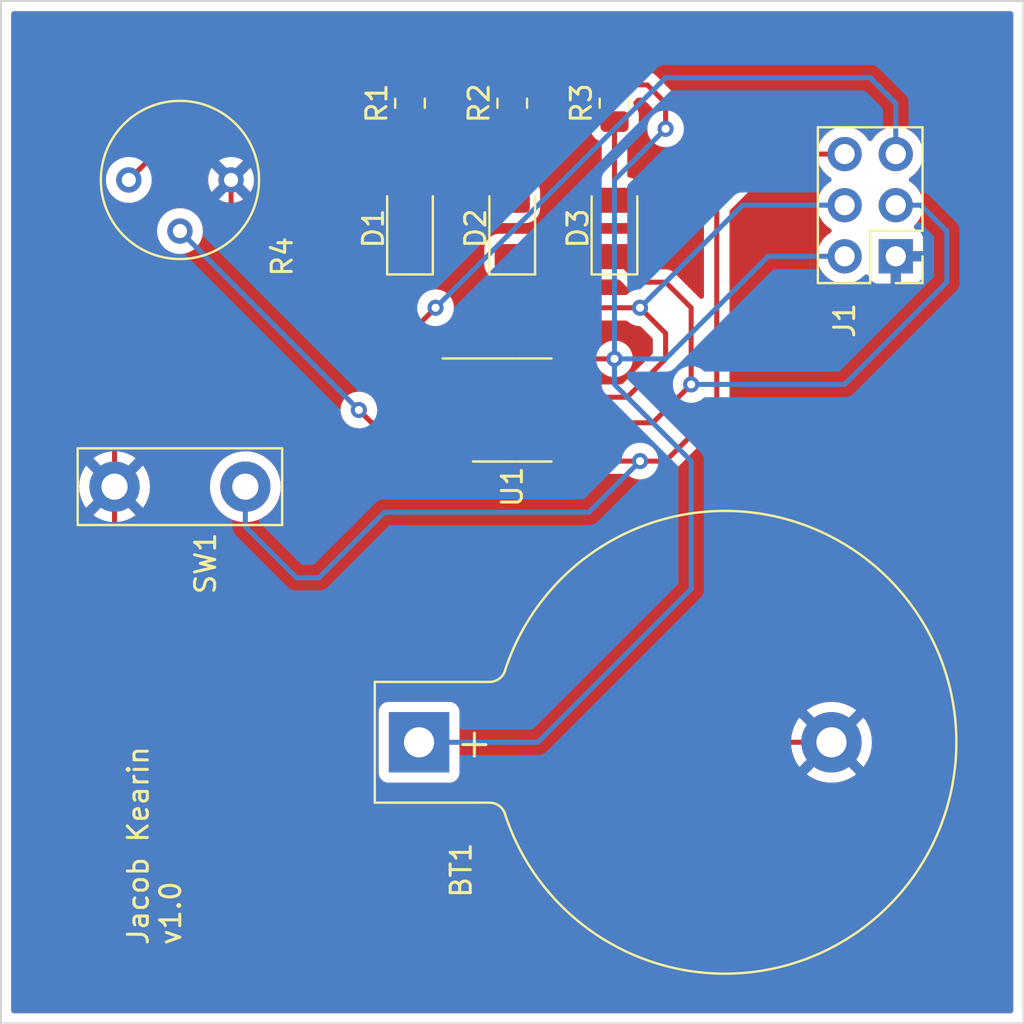
<source format=kicad_pcb>
(kicad_pcb (version 20211014) (generator pcbnew)
  (layers (0 "F.Cu" signal) (31 "B.Cu" signal) (34 "B.Paste" user) (35 "F.Paste" user) (36 "B.SilkS" user "B.Silkscreen") (37 "F.SilkS" user "F.Silkscreen") (38 "B.Mask" user) (39 "F.Mask" user) (44 "Edge.Cuts" user))
  (net 0 "")
  (net 1 "Net-(BT1-Pad1)")
  (net 2 "Net-(D1-Pad1)")
  (net 3 "Net-(D1-Pad2)")
  (net 4 "Net-(D2-Pad1)")
  (net 5 "Net-(D2-Pad2)")
  (net 6 "Net-(D3-Pad1)")
  (net 7 "Net-(D3-Pad2)")
  (net 8 "Net-(J1-Pad5)")
  (net 9 "Net-(J1-Pad6)")
  (net 10 "/GND")
  (net 11 "Net-(R4-Pad2)")
  (footprint "LED_SMD:LED_1206_3216Metric" (layer "F.Cu") (at 158.75 98.93 90)
    (fp_text reference "D3" (at 0 -1.82 90) (layer "F.SilkS"))
    (fp_text value "BLUE")
    (fp_line (start -2.285 1.135) (end 1.6 1.135) (layer "F.SilkS") (width 0.12))
    (fp_line (start 1.6 -1.135) (end -2.285 -1.135) (layer "F.SilkS") (width 0.12))
    (fp_line (start -2.285 -1.135) (end -2.285 1.135) (layer "F.SilkS") (width 0.12))
    (pad "1" smd roundrect (at -1.4 0 90) (size 1.25 1.75) (layers "F.Cu" "F.Paste" "F.Mask") (roundrect_rratio 0.2) (net 6 "Net-(D3-Pad1)"))
    (pad "2" smd roundrect (at 1.4 0 90) (size 1.25 1.75) (layers "F.Cu" "F.Paste" "F.Mask") (roundrect_rratio 0.2) (net 7 "Net-(D3-Pad2)"))
  )
  (footprint "Resistor_SMD:R_0805_2012Metric" (layer "F.Cu") (at 148.59 92.71 90)
    (fp_text reference "R1" (at 0 -1.65 90) (layer "F.SilkS"))
    (fp_text value "R")
    (fp_line (start -0.227064 0.735) (end 0.227064 0.735) (layer "F.SilkS") (width 0.12))
    (fp_line (start -0.227064 -0.735) (end 0.227064 -0.735) (layer "F.SilkS") (width 0.12))
    (pad "1" smd roundrect (at -0.9125 0 90) (size 1.025 1.4) (layers "F.Cu" "F.Paste" "F.Mask") (roundrect_rratio 0.243902439) (net 3 "Net-(D1-Pad2)"))
    (pad "2" smd roundrect (at 0.9125 0 90) (size 1.025 1.4) (layers "F.Cu" "F.Paste" "F.Mask") (roundrect_rratio 0.243902439) (net 1 "Net-(BT1-Pad1)"))
  )
  (footprint "Library:CK PTS635SL43 LFS" (layer "F.Cu") (at 137.16 111.76 180)
    (fp_text reference "SW1" (at -1.27 -3.81 90) (layer "F.SilkS"))
    (fp_text value "SW_Push")
    (fp_rect (start -5.08 -1.905) (end 5.08 1.905) (layer "F.SilkS") (width 0.12) (fill none))
    (pad "1" thru_hole circle (at -3.25 0 180) (size 2.5 2.5) (drill 1.3) (layers *.Cu *.Mask) (net 9 "Net-(J1-Pad6)"))
    (pad "2" thru_hole circle (at 3.25 0 180) (size 2.5 2.5) (drill 1.3) (layers *.Cu *.Mask) (net 10 "/GND"))
  )
  (footprint "Resistor_SMD:R_0805_2012Metric" (layer "F.Cu") (at 158.75 92.71 90)
    (fp_text reference "R3" (at 0 -1.65 90) (layer "F.SilkS"))
    (fp_text value "R")
    (fp_line (start -0.227064 -0.735) (end 0.227064 -0.735) (layer "F.SilkS") (width 0.12))
    (fp_line (start -0.227064 0.735) (end 0.227064 0.735) (layer "F.SilkS") (width 0.12))
    (pad "1" smd roundrect (at -0.9125 0 90) (size 1.025 1.4) (layers "F.Cu" "F.Paste" "F.Mask") (roundrect_rratio 0.243902439) (net 7 "Net-(D3-Pad2)"))
    (pad "2" smd roundrect (at 0.9125 0 90) (size 1.025 1.4) (layers "F.Cu" "F.Paste" "F.Mask") (roundrect_rratio 0.243902439) (net 1 "Net-(BT1-Pad1)"))
  )
  (footprint "Battery:BatteryHolder_Keystone_103_1x20mm" (layer "F.Cu") (at 149.04 124.459999)
    (fp_text reference "BT1" (at 2.09 6.350001 90) (layer "F.SilkS"))
    (fp_text value "Battery_Cell")
    (fp_text user "+" (at 2.75 0) (layer "F.SilkS") (effects (font (size 1.5 1.5))))
    (fp_line (start -2.2 3) (end 3.5 3) (layer "F.SilkS") (width 0.12))
    (fp_line (start -2.2 3) (end -2.2 -3) (layer "F.SilkS") (width 0.12))
    (fp_line (start -2.2 -3) (end 3.5 -3) (layer "F.SilkS") (width 0.12))
    (fp_arc (start 4.25 -3.5) (mid 3.950694 -3.136459) (end 3.5 -3) (layer "F.SilkS") (width 0.12))
    (fp_arc (start 4.25 -3.5) (mid 16.971103 -11.358466) (end 26.695671 0) (layer "F.SilkS") (width 0.12))
    (fp_arc (start 3.5 3) (mid 3.950694 3.136459) (end 4.25 3.5) (layer "F.SilkS") (width 0.12))
    (fp_arc (start 26.695671 0) (mid 16.971103 11.358466) (end 4.25 3.5) (layer "F.SilkS") (width 0.12))
    (pad "1" thru_hole rect (at 0 0) (size 3 3) (drill 1.5) (layers *.Cu *.Mask) (net 1 "Net-(BT1-Pad1)"))
    (pad "2" thru_hole circle (at 20.49 0) (size 3 3) (drill 1.5) (layers *.Cu *.Mask) (net 10 "/GND"))
  )
  (footprint "Potentiometer_THT:Potentiometer_Bourns_3339P_Vertical" (layer "F.Cu") (at 139.7 96.52 90)
    (fp_text reference "R4" (at -3.81 2.54 270) (layer "F.SilkS"))
    (fp_text value "R_Potentiometer")
    (fp_circle (center 0 -2.54) (end 3.93 -2.54) (layer "F.SilkS") (width 0.12) (fill none))
    (pad "1" thru_hole circle (at 0 0 90) (size 1.26 1.26) (drill 0.7) (layers *.Cu *.Mask) (net 10 "/GND"))
    (pad "2" thru_hole circle (at -2.54 -2.54 90) (size 1.26 1.26) (drill 0.7) (layers *.Cu *.Mask) (net 11 "Net-(R4-Pad2)"))
    (pad "3" thru_hole circle (at 0 -5.08 90) (size 1.26 1.26) (drill 0.7) (layers *.Cu *.Mask) (net 1 "Net-(BT1-Pad1)"))
  )
  (footprint "LED_SMD:LED_1206_3216Metric" (layer "F.Cu") (at 148.59 98.93 90)
    (fp_text reference "D1" (at 0 -1.82 90) (layer "F.SilkS"))
    (fp_text value "RED")
    (fp_line (start -2.285 -1.135) (end -2.285 1.135) (layer "F.SilkS") (width 0.12))
    (fp_line (start 1.6 -1.135) (end -2.285 -1.135) (layer "F.SilkS") (width 0.12))
    (fp_line (start -2.285 1.135) (end 1.6 1.135) (layer "F.SilkS") (width 0.12))
    (pad "1" smd roundrect (at -1.4 0 90) (size 1.25 1.75) (layers "F.Cu" "F.Paste" "F.Mask") (roundrect_rratio 0.2) (net 2 "Net-(D1-Pad1)"))
    (pad "2" smd roundrect (at 1.4 0 90) (size 1.25 1.75) (layers "F.Cu" "F.Paste" "F.Mask") (roundrect_rratio 0.2) (net 3 "Net-(D1-Pad2)"))
  )
  (footprint "LED_SMD:LED_1206_3216Metric" (layer "F.Cu") (at 153.67 98.93 90)
    (fp_text reference "D2" (at 0 -1.82 90) (layer "F.SilkS"))
    (fp_text value "GREEN")
    (fp_line (start 1.6 -1.135) (end -2.285 -1.135) (layer "F.SilkS") (width 0.12))
    (fp_line (start -2.285 1.135) (end 1.6 1.135) (layer "F.SilkS") (width 0.12))
    (fp_line (start -2.285 -1.135) (end -2.285 1.135) (layer "F.SilkS") (width 0.12))
    (pad "1" smd roundrect (at -1.4 0 90) (size 1.25 1.75) (layers "F.Cu" "F.Paste" "F.Mask") (roundrect_rratio 0.2) (net 4 "Net-(D2-Pad1)"))
    (pad "2" smd roundrect (at 1.4 0 90) (size 1.25 1.75) (layers "F.Cu" "F.Paste" "F.Mask") (roundrect_rratio 0.2) (net 5 "Net-(D2-Pad2)"))
  )
  (footprint "Package_SO:SOIC-8_3.9x4.9mm_P1.27mm" (layer "F.Cu") (at 153.67 107.95)
    (fp_text reference "U1" (at 0 3.81 90) (layer "F.SilkS"))
    (fp_text value "ATtiny13-20SS")
    (fp_line (start 0 2.56) (end 1.95 2.56) (layer "F.SilkS") (width 0.12))
    (fp_line (start 0 2.56) (end -1.95 2.56) (layer "F.SilkS") (width 0.12))
    (fp_line (start 0 -2.56) (end 1.95 -2.56) (layer "F.SilkS") (width 0.12))
    (fp_line (start 0 -2.56) (end -3.45 -2.56) (layer "F.SilkS") (width 0.12))
    (pad "1" smd roundrect (at -2.475 -1.905) (size 1.95 0.6) (layers "F.Cu" "F.Paste" "F.Mask") (net 8 "Net-(J1-Pad5)"))
    (pad "2" smd roundrect (at -2.475 -0.635) (size 1.95 0.6) (layers "F.Cu" "F.Paste" "F.Mask") (net 2 "Net-(D1-Pad1)"))
    (pad "3" smd roundrect (at -2.475 0.635) (size 1.95 0.6) (layers "F.Cu" "F.Paste" "F.Mask") (net 11 "Net-(R4-Pad2)"))
    (pad "4" smd roundrect (at -2.475 1.905) (size 1.95 0.6) (layers "F.Cu" "F.Paste" "F.Mask") (net 10 "/GND"))
    (pad "5" smd roundrect (at 2.475 1.905) (size 1.95 0.6) (layers "F.Cu" "F.Paste" "F.Mask") (net 9 "Net-(J1-Pad6)"))
    (pad "6" smd roundrect (at 2.475 0.635) (size 1.95 0.6) (layers "F.Cu" "F.Paste" "F.Mask") (net 6 "Net-(D3-Pad1)"))
    (pad "7" smd roundrect (at 2.475 -0.635) (size 1.95 0.6) (layers "F.Cu" "F.Paste" "F.Mask") (net 4 "Net-(D2-Pad1)"))
    (pad "8" smd roundrect (at 2.475 -1.905) (size 1.95 0.6) (layers "F.Cu" "F.Paste" "F.Mask") (net 1 "Net-(BT1-Pad1)"))
  )
  (footprint "Connector_PinHeader_2.54mm:PinHeader_2x03_P2.54mm_Vertical" (layer "F.Cu") (at 172.725 100.315 180)
    (fp_text reference "J1" (at 2.545 -3.185 90) (layer "F.SilkS"))
    (fp_text value "Conn_01x06_Male")
    (fp_line (start 1.27 -1.33) (end 3.87 -1.33) (layer "F.SilkS") (width 0.12))
    (fp_line (start -1.33 1.27) (end 1.27 1.27) (layer "F.SilkS") (width 0.12))
    (fp_line (start -1.33 6.41) (end 3.87 6.41) (layer "F.SilkS") (width 0.12))
    (fp_line (start -1.33 0) (end -1.33 -1.33) (layer "F.SilkS") (width 0.12))
    (fp_line (start -1.33 -1.33) (end 0 -1.33) (layer "F.SilkS") (width 0.12))
    (fp_line (start -1.33 1.27) (end -1.33 6.41) (layer "F.SilkS") (width 0.12))
    (fp_line (start 3.87 -1.33) (end 3.87 6.41) (layer "F.SilkS") (width 0.12))
    (fp_line (start 1.27 1.27) (end 1.27 -1.33) (layer "F.SilkS") (width 0.12))
    (pad "1" thru_hole rect (at 0 0 180) (size 1.7 1.7) (drill 1) (layers *.Cu *.Mask) (net 10 "/GND"))
    (pad "2" thru_hole oval (at 2.54 0 180) (size 1.7 1.7) (drill 1) (layers *.Cu *.Mask) (net 1 "Net-(BT1-Pad1)"))
    (pad "3" thru_hole oval (at 0 2.54 180) (size 1.7 1.7) (drill 1) (layers *.Cu *.Mask) (net 6 "Net-(D3-Pad1)"))
    (pad "4" thru_hole oval (at 2.54 2.54 180) (size 1.7 1.7) (drill 1) (layers *.Cu *.Mask) (net 4 "Net-(D2-Pad1)"))
    (pad "5" thru_hole oval (at 0 5.08 180) (size 1.7 1.7) (drill 1) (layers *.Cu *.Mask) (net 8 "Net-(J1-Pad5)"))
    (pad "6" thru_hole oval (at 2.54 5.08 180) (size 1.7 1.7) (drill 1) (layers *.Cu *.Mask) (net 9 "Net-(J1-Pad6)"))
  )
  (footprint "Resistor_SMD:R_0805_2012Metric" (layer "F.Cu") (at 153.67 92.71 90)
    (fp_text reference "R2" (at 0 -1.65 90) (layer "F.SilkS"))
    (fp_text value "R")
    (fp_line (start -0.227064 0.735) (end 0.227064 0.735) (layer "F.SilkS") (width 0.12))
    (fp_line (start -0.227064 -0.735) (end 0.227064 -0.735) (layer "F.SilkS") (width 0.12))
    (pad "1" smd roundrect (at -0.9125 0 90) (size 1.025 1.4) (layers "F.Cu" "F.Paste" "F.Mask") (roundrect_rratio 0.243902439) (net 5 "Net-(D2-Pad2)"))
    (pad "2" smd roundrect (at 0.9125 0 90) (size 1.025 1.4) (layers "F.Cu" "F.Paste" "F.Mask") (roundrect_rratio 0.243902439) (net 1 "Net-(BT1-Pad1)"))
  )
  (gr_rect (start 128.27 87.63) (end 179.07 138.43) (layer "Edge.Cuts") (width 0.1) (fill none))
  (gr_text "Jacob Kearin\nv1.0" (at 135.89 134.62 90) (layer "F.SilkS") (effects (font (size 1 1)) (justify left)))
  (segment (start 148.59 91.7975) (end 153.67 91.7975) (width 0.25) (layer "F.Cu") (net 1))
  (segment (start 161.29 93.98) (end 161.29 92.71) (width 0.25) (layer "F.Cu") (net 1))
  (segment (start 161.29 92.71) (end 160.3775 91.7975) (width 0.25) (layer "F.Cu") (net 1))
  (segment (start 134.62 96.52) (end 139.3425 91.7975) (width 0.25) (layer "F.Cu") (net 1))
  (segment (start 156.145 106.045) (end 156.78 105.41) (width 0.25) (layer "F.Cu") (net 1))
  (segment (start 160.3775 91.7975) (end 158.75 91.7975) (width 0.25) (layer "F.Cu") (net 1))
  (segment (start 153.67 91.7975) (end 158.75 91.7975) (width 0.25) (layer "F.Cu") (net 1))
  (segment (start 156.78 105.41) (end 158.75 105.41) (width 0.25) (layer "F.Cu") (net 1))
  (segment (start 139.3425 91.7975) (end 148.59 91.7975) (width 0.25) (layer "F.Cu") (net 1))
  (via (at 158.75 105.41) (size 0.8) (drill 0.4) (layers "F.Cu" "B.Cu") (net 1))
  (via (at 161.29 93.98) (size 0.8) (drill 0.4) (layers "F.Cu" "B.Cu") (net 1))
  (segment (start 166.385 100.315) (end 170.185 100.315) (width 0.25) (layer "B.Cu") (net 1))
  (segment (start 154.940001 124.459999) (end 149.04 124.459999) (width 0.25) (layer "B.Cu") (net 1))
  (segment (start 158.75 96.52) (end 161.29 93.98) (width 0.25) (layer "B.Cu") (net 1))
  (segment (start 158.75 105.41) (end 161.29 105.41) (width 0.25) (layer "B.Cu") (net 1))
  (segment (start 162.56 116.84) (end 154.940001 124.459999) (width 0.25) (layer "B.Cu") (net 1))
  (segment (start 161.29 105.41) (end 166.385 100.315) (width 0.25) (layer "B.Cu") (net 1))
  (segment (start 162.56 110.49) (end 162.56 116.84) (width 0.25) (layer "B.Cu") (net 1))
  (segment (start 162.56 110.49) (end 158.75 106.68) (width 0.25) (layer "B.Cu") (net 1))
  (segment (start 158.75 106.68) (end 158.75 105.41) (width 0.25) (layer "B.Cu") (net 1))
  (segment (start 158.75 105.41) (end 158.75 96.52) (width 0.25) (layer "B.Cu") (net 1))
  (segment (start 147.32 101.6) (end 147.32 106.68) (width 0.25) (layer "F.Cu") (net 2))
  (segment (start 147.32 106.68) (end 147.955 107.315) (width 0.25) (layer "F.Cu") (net 2))
  (segment (start 147.955 107.315) (end 151.195 107.315) (width 0.25) (layer "F.Cu") (net 2))
  (segment (start 148.59 100.33) (end 147.32 101.6) (width 0.25) (layer "F.Cu") (net 2))
  (segment (start 148.59 97.53) (end 148.59 93.6225) (width 0.25) (layer "F.Cu") (net 3))
  (segment (start 161.29 104.14) (end 161.29 105.41) (width 0.25) (layer "F.Cu") (net 4))
  (segment (start 153.67 100.33) (end 156.21 102.87) (width 0.25) (layer "F.Cu") (net 4))
  (segment (start 160.02 102.87) (end 161.29 104.14) (width 0.25) (layer "F.Cu") (net 4))
  (segment (start 161.29 105.41) (end 159.385 107.315) (width 0.25) (layer "F.Cu") (net 4))
  (segment (start 156.21 102.87) (end 160.02 102.87) (width 0.25) (layer "F.Cu") (net 4))
  (segment (start 159.385 107.315) (end 156.145 107.315) (width 0.25) (layer "F.Cu") (net 4))
  (via (at 160.02 102.87) (size 0.8) (drill 0.4) (layers "F.Cu" "B.Cu") (net 4))
  (segment (start 170.185 97.775) (end 165.115 97.775) (width 0.25) (layer "B.Cu") (net 4))
  (segment (start 165.115 97.775) (end 160.02 102.87) (width 0.25) (layer "B.Cu") (net 4))
  (segment (start 153.67 97.53) (end 153.67 93.6225) (width 0.25) (layer "F.Cu") (net 5))
  (segment (start 161.29 101.6) (end 162.56 102.87) (width 0.25) (layer "F.Cu") (net 6))
  (segment (start 160.02 101.6) (end 161.29 101.6) (width 0.25) (layer "F.Cu") (net 6))
  (segment (start 160.655 108.585) (end 156.145 108.585) (width 0.25) (layer "F.Cu") (net 6))
  (segment (start 158.75 100.33) (end 160.02 101.6) (width 0.25) (layer "F.Cu") (net 6))
  (segment (start 162.56 106.68) (end 160.655 108.585) (width 0.25) (layer "F.Cu") (net 6))
  (segment (start 162.56 102.87) (end 162.56 106.68) (width 0.25) (layer "F.Cu") (net 6))
  (via (at 162.56 106.68) (size 0.8) (drill 0.4) (layers "F.Cu" "B.Cu") (net 6))
  (segment (start 170.18 106.68) (end 162.56 106.68) (width 0.25) (layer "B.Cu") (net 6))
  (segment (start 175.26 99.06) (end 175.26 101.6) (width 0.25) (layer "B.Cu") (net 6))
  (segment (start 175.26 101.6) (end 170.18 106.68) (width 0.25) (layer "B.Cu") (net 6))
  (segment (start 172.725 97.775) (end 173.975 97.775) (width 0.25) (layer "B.Cu") (net 6))
  (segment (start 173.975 97.775) (end 175.26 99.06) (width 0.25) (layer "B.Cu") (net 6))
  (segment (start 158.75 97.53) (end 158.75 93.6225) (width 0.25) (layer "F.Cu") (net 7))
  (segment (start 148.59 105.41) (end 148.59 104.14) (width 0.25) (layer "F.Cu") (net 8))
  (segment (start 151.195 106.045) (end 149.225 106.045) (width 0.25) (layer "F.Cu") (net 8))
  (segment (start 149.225 106.045) (end 148.59 105.41) (width 0.25) (layer "F.Cu") (net 8))
  (segment (start 148.59 104.14) (end 149.86 102.87) (width 0.25) (layer "F.Cu") (net 8))
  (via (at 149.86 102.87) (size 0.8) (drill 0.4) (layers "F.Cu" "B.Cu") (net 8))
  (segment (start 171.45 91.44) (end 172.725 92.715) (width 0.25) (layer "B.Cu") (net 8))
  (segment (start 149.86 102.87) (end 161.29 91.44) (width 0.25) (layer "B.Cu") (net 8))
  (segment (start 161.29 91.44) (end 171.45 91.44) (width 0.25) (layer "B.Cu") (net 8))
  (segment (start 172.725 92.715) (end 172.725 95.235) (width 0.25) (layer "B.Cu") (net 8))
  (segment (start 166.385 95.235) (end 163.83 97.79) (width 0.25) (layer "F.Cu") (net 9))
  (segment (start 170.185 95.235) (end 166.385 95.235) (width 0.25) (layer "F.Cu") (net 9))
  (segment (start 163.83 107.95) (end 161.29 110.49) (width 0.25) (layer "F.Cu") (net 9))
  (segment (start 156.78 110.49) (end 160.02 110.49) (width 0.25) (layer "F.Cu") (net 9))
  (segment (start 156.145 109.855) (end 156.78 110.49) (width 0.25) (layer "F.Cu") (net 9))
  (segment (start 161.29 110.49) (end 160.02 110.49) (width 0.25) (layer "F.Cu") (net 9))
  (segment (start 163.83 97.79) (end 163.83 107.95) (width 0.25) (layer "F.Cu") (net 9))
  (via (at 160.02 110.49) (size 0.8) (drill 0.4) (layers "F.Cu" "B.Cu") (net 9))
  (segment (start 157.48 113.03) (end 147.32 113.03) (width 0.25) (layer "B.Cu") (net 9))
  (segment (start 140.41 113.74) (end 140.41 111.76) (width 0.25) (layer "B.Cu") (net 9))
  (segment (start 144.07 116.28) (end 142.95 116.28) (width 0.25) (layer "B.Cu") (net 9))
  (segment (start 147.32 113.03) (end 144.07 116.28) (width 0.25) (layer "B.Cu") (net 9))
  (segment (start 142.95 116.28) (end 140.41 113.74) (width 0.25) (layer "B.Cu") (net 9))
  (segment (start 160.02 110.49) (end 157.48 113.03) (width 0.25) (layer "B.Cu") (net 9))
  (segment (start 139.7 102.87) (end 133.91 108.66) (width 0.25) (layer "F.Cu") (net 10))
  (segment (start 169.53 124.459999) (end 165.099999 124.459999) (width 0.25) (layer "F.Cu") (net 10))
  (segment (start 160.02 119.38) (end 160.02 114.3) (width 0.25) (layer "F.Cu") (net 10))
  (segment (start 148.59 110.49) (end 148.59 113.03) (width 0.25) (layer "F.Cu") (net 10))
  (segment (start 149.86 115.57) (end 146.05 119.38) (width 0.25) (layer "F.Cu") (net 10))
  (segment (start 172.725 101.595) (end 160.02 114.3) (width 0.25) (layer "F.Cu") (net 10))
  (segment (start 139.7 96.52) (end 139.7 102.87) (width 0.25) (layer "F.Cu") (net 10))
  (segment (start 151.195 109.855) (end 149.225 109.855) (width 0.25) (layer "F.Cu") (net 10))
  (segment (start 148.59 113.03) (end 149.86 114.3) (width 0.25) (layer "F.Cu") (net 10))
  (segment (start 149.86 114.3) (end 149.86 115.57) (width 0.25) (layer "F.Cu") (net 10))
  (segment (start 133.91 108.66) (end 133.91 111.76) (width 0.25) (layer "F.Cu") (net 10))
  (segment (start 138.01 119.38) (end 133.91 115.28) (width 0.25) (layer "F.Cu") (net 10))
  (segment (start 172.725 100.315) (end 172.725 101.595) (width 0.25) (layer "F.Cu") (net 10))
  (segment (start 146.05 119.38) (end 138.01 119.38) (width 0.25) (layer "F.Cu") (net 10))
  (segment (start 149.86 114.3) (end 160.02 114.3) (width 0.25) (layer "F.Cu") (net 10))
  (segment (start 165.099999 124.459999) (end 160.02 119.38) (width 0.25) (layer "F.Cu") (net 10))
  (segment (start 149.225 109.855) (end 148.59 110.49) (width 0.25) (layer "F.Cu") (net 10))
  (segment (start 133.91 115.28) (end 133.91 111.76) (width 0.25) (layer "F.Cu") (net 10))
  (segment (start 151.195 108.585) (end 146.685 108.585) (width 0.25) (layer "F.Cu") (net 11))
  (segment (start 146.685 108.585) (end 146.05 107.95) (width 0.25) (layer "F.Cu") (net 11))
  (via (at 146.05 107.95) (size 0.8) (drill 0.4) (layers "F.Cu" "B.Cu") (net 11))
  (segment (start 137.16 99.06) (end 146.05 107.95) (width 0.25) (layer "B.Cu") (net 11))
  (zone (net 10) (net_name "/GND") (layer "F.Cu") (connect_pads (clearance 0.508)) (min_thickness 0.254) (fill yes (thermal_gap 0.508) (thermal_bridge_width 0.508))
    (polygon (pts (xy 179.07 138.43) (xy 128.27 138.43) (xy 128.27 87.63) (xy 179.07 87.63)))
  )
  (zone (net 10) (net_name "/GND") (layer "B.Cu") (connect_pads (clearance 0.508)) (min_thickness 0.254) (fill yes (thermal_gap 0.508) (thermal_bridge_width 0.508))
    (polygon (pts (xy 179.07 138.43) (xy 128.27 138.43) (xy 128.27 87.63) (xy 179.07 87.63)))
  )
)
</source>
